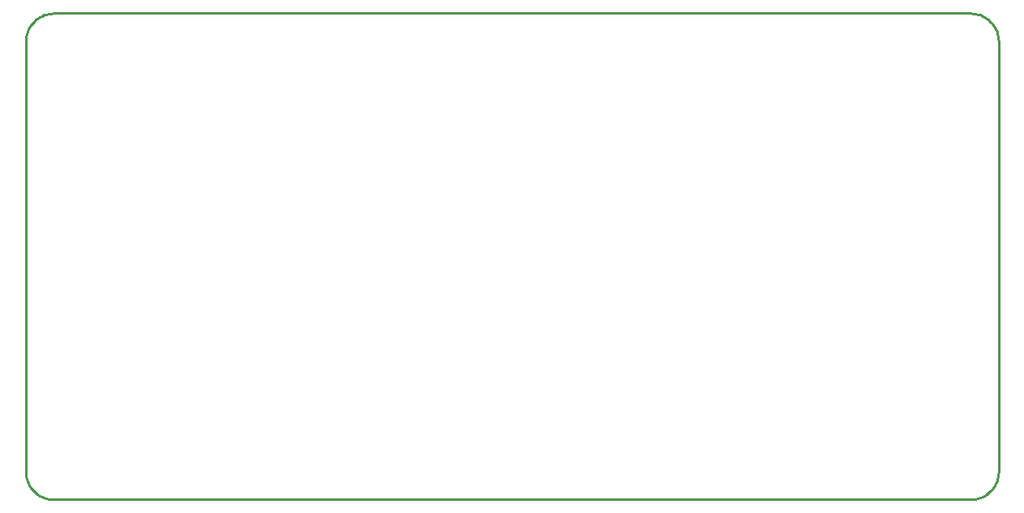
<source format=gm1>
G04*
G04 #@! TF.GenerationSoftware,Altium Limited,Altium Designer,21.0.9 (235)*
G04*
G04 Layer_Color=16711935*
%FSLAX25Y25*%
%MOIN*%
G70*
G04*
G04 #@! TF.SameCoordinates,248EADF4-6E9D-4877-B34C-AAFE22DB1BC7*
G04*
G04*
G04 #@! TF.FilePolarity,Positive*
G04*
G01*
G75*
%ADD12C,0.01000*%
D12*
X400000Y188500D02*
X399956Y189502D01*
X399825Y190497D01*
X399608Y191476D01*
X399307Y192433D01*
X398922Y193360D01*
X398459Y194250D01*
X397920Y195096D01*
X397309Y195892D01*
X396632Y196632D01*
X395892Y197310D01*
X395096Y197920D01*
X394250Y198459D01*
X393360Y198923D01*
X392433Y199306D01*
X391476Y199608D01*
X390497Y199825D01*
X389502Y199956D01*
X388500Y200000D01*
Y0D02*
X389502Y44D01*
X390497Y175D01*
X391476Y392D01*
X392433Y693D01*
X393360Y1077D01*
X394250Y1541D01*
X395096Y2080D01*
X395892Y2691D01*
X396632Y3368D01*
X397309Y4108D01*
X397920Y4904D01*
X398459Y5750D01*
X398922Y6640D01*
X399307Y7567D01*
X399608Y8524D01*
X399825Y9503D01*
X399956Y10498D01*
X400000Y11500D01*
X11500Y200000D02*
X10498Y199956D01*
X9503Y199825D01*
X8524Y199608D01*
X7567Y199306D01*
X6640Y198923D01*
X5750Y198459D01*
X4904Y197920D01*
X4108Y197310D01*
X3368Y196632D01*
X2691Y195892D01*
X2080Y195096D01*
X1541Y194250D01*
X1077Y193360D01*
X693Y192433D01*
X392Y191476D01*
X175Y190497D01*
X44Y189502D01*
X0Y188500D01*
Y11500D02*
X44Y10498D01*
X175Y9503D01*
X392Y8524D01*
X693Y7567D01*
X1077Y6640D01*
X1541Y5750D01*
X2080Y4904D01*
X2691Y4108D01*
X3368Y3368D01*
X4108Y2691D01*
X4904Y2080D01*
X5750Y1541D01*
X6640Y1077D01*
X7567Y693D01*
X8524Y392D01*
X9503Y175D01*
X10498Y44D01*
X11500Y0D01*
X400000Y11500D02*
X400000Y188500D01*
X11500Y200000D02*
X388500D01*
X11500Y0D02*
X388500Y0D01*
X-0Y11500D02*
Y188500D01*
M02*

</source>
